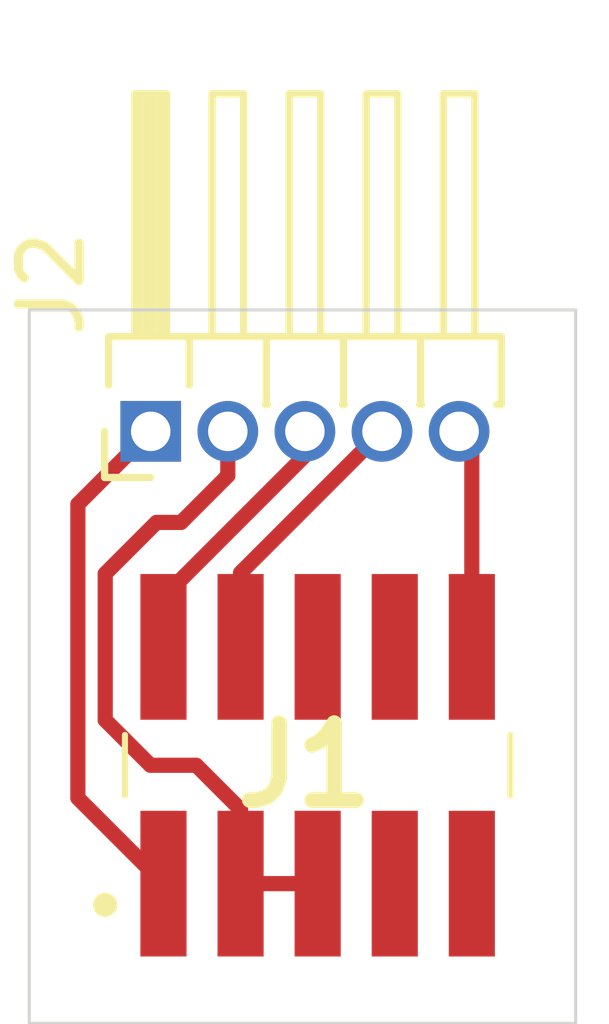
<source format=kicad_pcb>
(kicad_pcb (version 20171130) (host pcbnew "(5.1.6)-1")

  (general
    (thickness 1.6)
    (drawings 4)
    (tracks 21)
    (zones 0)
    (modules 2)
    (nets 10)
  )

  (page A4)
  (layers
    (0 F.Cu signal)
    (31 B.Cu signal)
    (32 B.Adhes user)
    (33 F.Adhes user)
    (34 B.Paste user)
    (35 F.Paste user)
    (36 B.SilkS user)
    (37 F.SilkS user)
    (38 B.Mask user)
    (39 F.Mask user)
    (40 Dwgs.User user)
    (41 Cmts.User user)
    (42 Eco1.User user)
    (43 Eco2.User user)
    (44 Edge.Cuts user)
    (45 Margin user)
    (46 B.CrtYd user)
    (47 F.CrtYd user)
    (48 B.Fab user)
    (49 F.Fab user)
  )

  (setup
    (last_trace_width 0.25)
    (trace_clearance 0.2)
    (zone_clearance 0.508)
    (zone_45_only no)
    (trace_min 0.2)
    (via_size 0.8)
    (via_drill 0.4)
    (via_min_size 0.4)
    (via_min_drill 0.3)
    (uvia_size 0.3)
    (uvia_drill 0.1)
    (uvias_allowed no)
    (uvia_min_size 0.2)
    (uvia_min_drill 0.1)
    (edge_width 0.05)
    (segment_width 0.2)
    (pcb_text_width 0.3)
    (pcb_text_size 1.5 1.5)
    (mod_edge_width 0.12)
    (mod_text_size 1 1)
    (mod_text_width 0.15)
    (pad_size 1.524 1.524)
    (pad_drill 0.762)
    (pad_to_mask_clearance 0.05)
    (aux_axis_origin 0 0)
    (visible_elements FFFFFF7F)
    (pcbplotparams
      (layerselection 0x010fc_ffffffff)
      (usegerberextensions false)
      (usegerberattributes true)
      (usegerberadvancedattributes true)
      (creategerberjobfile true)
      (excludeedgelayer true)
      (linewidth 0.100000)
      (plotframeref false)
      (viasonmask false)
      (mode 1)
      (useauxorigin false)
      (hpglpennumber 1)
      (hpglpenspeed 20)
      (hpglpendiameter 15.000000)
      (psnegative false)
      (psa4output false)
      (plotreference true)
      (plotvalue true)
      (plotinvisibletext false)
      (padsonsilk false)
      (subtractmaskfromsilk false)
      (outputformat 1)
      (mirror false)
      (drillshape 1)
      (scaleselection 1)
      (outputdirectory ""))
  )

  (net 0 "")
  (net 1 /RESET)
  (net 2 "Net-(J1-Pad9)")
  (net 3 "Net-(J1-Pad8)")
  (net 4 "Net-(J1-Pad7)")
  (net 5 "Net-(J1-Pad6)")
  (net 6 GND)
  (net 7 /SWCLK)
  (net 8 /SWDIO)
  (net 9 +3V3)

  (net_class Default "This is the default net class."
    (clearance 0.2)
    (trace_width 0.25)
    (via_dia 0.8)
    (via_drill 0.4)
    (uvia_dia 0.3)
    (uvia_drill 0.1)
    (add_net +3V3)
    (add_net /RESET)
    (add_net /SWCLK)
    (add_net /SWDIO)
    (add_net GND)
    (add_net "Net-(J1-Pad6)")
    (add_net "Net-(J1-Pad7)")
    (add_net "Net-(J1-Pad8)")
    (add_net "Net-(J1-Pad9)")
  )

  (module Connector_PinHeader_1.27mm:PinHeader_1x05_P1.27mm_Horizontal (layer F.Cu) (tedit 59FED6E3) (tstamp 616E7705)
    (at 148 122.25 90)
    (descr "Through hole angled pin header, 1x05, 1.27mm pitch, 4.0mm pin length, single row")
    (tags "Through hole angled pin header THT 1x05 1.27mm single row")
    (path /616E9A24)
    (fp_text reference J2 (at 2.4325 -1.635 90) (layer F.SilkS)
      (effects (font (size 1 1) (thickness 0.15)))
    )
    (fp_text value Conn_01x05 (at 2.4325 6.715 90) (layer F.Fab)
      (effects (font (size 1 1) (thickness 0.15)))
    )
    (fp_text user %R (at 1 2.54) (layer F.Fab)
      (effects (font (size 0.6 0.6) (thickness 0.09)))
    )
    (fp_line (start 0.75 -0.635) (end 1.5 -0.635) (layer F.Fab) (width 0.1))
    (fp_line (start 1.5 -0.635) (end 1.5 5.715) (layer F.Fab) (width 0.1))
    (fp_line (start 1.5 5.715) (end 0.5 5.715) (layer F.Fab) (width 0.1))
    (fp_line (start 0.5 5.715) (end 0.5 -0.385) (layer F.Fab) (width 0.1))
    (fp_line (start 0.5 -0.385) (end 0.75 -0.635) (layer F.Fab) (width 0.1))
    (fp_line (start -0.2 -0.2) (end 0.5 -0.2) (layer F.Fab) (width 0.1))
    (fp_line (start -0.2 -0.2) (end -0.2 0.2) (layer F.Fab) (width 0.1))
    (fp_line (start -0.2 0.2) (end 0.5 0.2) (layer F.Fab) (width 0.1))
    (fp_line (start 1.5 -0.2) (end 5.5 -0.2) (layer F.Fab) (width 0.1))
    (fp_line (start 5.5 -0.2) (end 5.5 0.2) (layer F.Fab) (width 0.1))
    (fp_line (start 1.5 0.2) (end 5.5 0.2) (layer F.Fab) (width 0.1))
    (fp_line (start -0.2 1.07) (end 0.5 1.07) (layer F.Fab) (width 0.1))
    (fp_line (start -0.2 1.07) (end -0.2 1.47) (layer F.Fab) (width 0.1))
    (fp_line (start -0.2 1.47) (end 0.5 1.47) (layer F.Fab) (width 0.1))
    (fp_line (start 1.5 1.07) (end 5.5 1.07) (layer F.Fab) (width 0.1))
    (fp_line (start 5.5 1.07) (end 5.5 1.47) (layer F.Fab) (width 0.1))
    (fp_line (start 1.5 1.47) (end 5.5 1.47) (layer F.Fab) (width 0.1))
    (fp_line (start -0.2 2.34) (end 0.5 2.34) (layer F.Fab) (width 0.1))
    (fp_line (start -0.2 2.34) (end -0.2 2.74) (layer F.Fab) (width 0.1))
    (fp_line (start -0.2 2.74) (end 0.5 2.74) (layer F.Fab) (width 0.1))
    (fp_line (start 1.5 2.34) (end 5.5 2.34) (layer F.Fab) (width 0.1))
    (fp_line (start 5.5 2.34) (end 5.5 2.74) (layer F.Fab) (width 0.1))
    (fp_line (start 1.5 2.74) (end 5.5 2.74) (layer F.Fab) (width 0.1))
    (fp_line (start -0.2 3.61) (end 0.5 3.61) (layer F.Fab) (width 0.1))
    (fp_line (start -0.2 3.61) (end -0.2 4.01) (layer F.Fab) (width 0.1))
    (fp_line (start -0.2 4.01) (end 0.5 4.01) (layer F.Fab) (width 0.1))
    (fp_line (start 1.5 3.61) (end 5.5 3.61) (layer F.Fab) (width 0.1))
    (fp_line (start 5.5 3.61) (end 5.5 4.01) (layer F.Fab) (width 0.1))
    (fp_line (start 1.5 4.01) (end 5.5 4.01) (layer F.Fab) (width 0.1))
    (fp_line (start -0.2 4.88) (end 0.5 4.88) (layer F.Fab) (width 0.1))
    (fp_line (start -0.2 4.88) (end -0.2 5.28) (layer F.Fab) (width 0.1))
    (fp_line (start -0.2 5.28) (end 0.5 5.28) (layer F.Fab) (width 0.1))
    (fp_line (start 1.5 4.88) (end 5.5 4.88) (layer F.Fab) (width 0.1))
    (fp_line (start 5.5 4.88) (end 5.5 5.28) (layer F.Fab) (width 0.1))
    (fp_line (start 1.5 5.28) (end 5.5 5.28) (layer F.Fab) (width 0.1))
    (fp_line (start 0.76 -0.695) (end 1.56 -0.695) (layer F.SilkS) (width 0.12))
    (fp_line (start 1.56 -0.695) (end 1.56 5.775) (layer F.SilkS) (width 0.12))
    (fp_line (start 1.56 5.775) (end 0.44 5.775) (layer F.SilkS) (width 0.12))
    (fp_line (start 0.44 5.775) (end 0.44 5.699677) (layer F.SilkS) (width 0.12))
    (fp_line (start 1.56 -0.26) (end 5.56 -0.26) (layer F.SilkS) (width 0.12))
    (fp_line (start 5.56 -0.26) (end 5.56 0.26) (layer F.SilkS) (width 0.12))
    (fp_line (start 5.56 0.26) (end 1.56 0.26) (layer F.SilkS) (width 0.12))
    (fp_line (start 1.56 -0.2) (end 5.56 -0.2) (layer F.SilkS) (width 0.12))
    (fp_line (start 1.56 -0.08) (end 5.56 -0.08) (layer F.SilkS) (width 0.12))
    (fp_line (start 1.56 0.04) (end 5.56 0.04) (layer F.SilkS) (width 0.12))
    (fp_line (start 1.56 0.16) (end 5.56 0.16) (layer F.SilkS) (width 0.12))
    (fp_line (start 0.76 0.635) (end 1.56 0.635) (layer F.SilkS) (width 0.12))
    (fp_line (start 1.56 1.01) (end 5.56 1.01) (layer F.SilkS) (width 0.12))
    (fp_line (start 5.56 1.01) (end 5.56 1.53) (layer F.SilkS) (width 0.12))
    (fp_line (start 5.56 1.53) (end 1.56 1.53) (layer F.SilkS) (width 0.12))
    (fp_line (start 0.44 1.905) (end 1.56 1.905) (layer F.SilkS) (width 0.12))
    (fp_line (start 0.44 1.889677) (end 0.44 1.920323) (layer F.SilkS) (width 0.12))
    (fp_line (start 1.56 2.28) (end 5.56 2.28) (layer F.SilkS) (width 0.12))
    (fp_line (start 5.56 2.28) (end 5.56 2.8) (layer F.SilkS) (width 0.12))
    (fp_line (start 5.56 2.8) (end 1.56 2.8) (layer F.SilkS) (width 0.12))
    (fp_line (start 0.44 3.175) (end 1.56 3.175) (layer F.SilkS) (width 0.12))
    (fp_line (start 0.44 3.159677) (end 0.44 3.190323) (layer F.SilkS) (width 0.12))
    (fp_line (start 1.56 3.55) (end 5.56 3.55) (layer F.SilkS) (width 0.12))
    (fp_line (start 5.56 3.55) (end 5.56 4.07) (layer F.SilkS) (width 0.12))
    (fp_line (start 5.56 4.07) (end 1.56 4.07) (layer F.SilkS) (width 0.12))
    (fp_line (start 0.44 4.445) (end 1.56 4.445) (layer F.SilkS) (width 0.12))
    (fp_line (start 0.44 4.429677) (end 0.44 4.460323) (layer F.SilkS) (width 0.12))
    (fp_line (start 1.56 4.82) (end 5.56 4.82) (layer F.SilkS) (width 0.12))
    (fp_line (start 5.56 4.82) (end 5.56 5.34) (layer F.SilkS) (width 0.12))
    (fp_line (start 5.56 5.34) (end 1.56 5.34) (layer F.SilkS) (width 0.12))
    (fp_line (start -0.76 0) (end -0.76 -0.76) (layer F.SilkS) (width 0.12))
    (fp_line (start -0.76 -0.76) (end 0 -0.76) (layer F.SilkS) (width 0.12))
    (fp_line (start -1.15 -1.15) (end -1.15 6.25) (layer F.CrtYd) (width 0.05))
    (fp_line (start -1.15 6.25) (end 6 6.25) (layer F.CrtYd) (width 0.05))
    (fp_line (start 6 6.25) (end 6 -1.15) (layer F.CrtYd) (width 0.05))
    (fp_line (start 6 -1.15) (end -1.15 -1.15) (layer F.CrtYd) (width 0.05))
    (pad 5 thru_hole oval (at 0 5.08 90) (size 1 1) (drill 0.65) (layers *.Cu *.Mask)
      (net 1 /RESET))
    (pad 4 thru_hole oval (at 0 3.81 90) (size 1 1) (drill 0.65) (layers *.Cu *.Mask)
      (net 7 /SWCLK))
    (pad 3 thru_hole oval (at 0 2.54 90) (size 1 1) (drill 0.65) (layers *.Cu *.Mask)
      (net 8 /SWDIO))
    (pad 2 thru_hole oval (at 0 1.27 90) (size 1 1) (drill 0.65) (layers *.Cu *.Mask)
      (net 6 GND))
    (pad 1 thru_hole rect (at 0 0 90) (size 1 1) (drill 0.65) (layers *.Cu *.Mask)
      (net 9 +3V3))
    (model ${KISYS3DMOD}/Connector_PinHeader_1.27mm.3dshapes/PinHeader_1x05_P1.27mm_Horizontal.wrl
      (at (xyz 0 0 0))
      (scale (xyz 1 1 1))
      (rotate (xyz 0 0 0))
    )
  )

  (module SamacSys_Parts:2002112100010C4LF (layer F.Cu) (tedit 0) (tstamp 616E714D)
    (at 150.75 127.75)
    (descr 20021121-00010C4LF-2)
    (tags Connector)
    (path /616E1DDC)
    (attr smd)
    (fp_text reference J1 (at -0.212 0) (layer F.SilkS)
      (effects (font (size 1.27 1.27) (thickness 0.254)))
    )
    (fp_text value 20021121-00010C4LF (at -0.212 0) (layer F.SilkS) hide
      (effects (font (size 1.27 1.27) (thickness 0.254)))
    )
    (fp_arc (start -3.5 2.3) (end -3.5 2.4) (angle 180) (layer F.SilkS) (width 0.2))
    (fp_arc (start -3.5 2.3) (end -3.5 2.2) (angle 180) (layer F.SilkS) (width 0.2))
    (fp_text user %R (at -0.212 0) (layer F.Fab)
      (effects (font (size 1.27 1.27) (thickness 0.254)))
    )
    (fp_line (start -3.175 -1.715) (end 3.175 -1.715) (layer F.Fab) (width 0.2))
    (fp_line (start 3.175 -1.715) (end 3.175 1.715) (layer F.Fab) (width 0.2))
    (fp_line (start 3.175 1.715) (end -3.175 1.715) (layer F.Fab) (width 0.2))
    (fp_line (start -3.175 1.715) (end -3.175 -1.715) (layer F.Fab) (width 0.2))
    (fp_line (start -4.1 -3.65) (end 3.675 -3.65) (layer F.CrtYd) (width 0.1))
    (fp_line (start 3.675 -3.65) (end 3.675 3.65) (layer F.CrtYd) (width 0.1))
    (fp_line (start 3.675 3.65) (end -4.1 3.65) (layer F.CrtYd) (width 0.1))
    (fp_line (start -4.1 3.65) (end -4.1 -3.65) (layer F.CrtYd) (width 0.1))
    (fp_line (start 3.175 -0.5) (end 3.175 0.5) (layer F.SilkS) (width 0.1))
    (fp_line (start -3.175 -0.5) (end -3.175 0.5) (layer F.SilkS) (width 0.1))
    (fp_line (start -3.5 2.2) (end -3.5 2.2) (layer F.SilkS) (width 0.2))
    (fp_line (start -3.5 2.4) (end -3.5 2.4) (layer F.SilkS) (width 0.2))
    (pad 10 smd rect (at 2.54 -1.95) (size 0.76 2.4) (layers F.Cu F.Paste F.Mask)
      (net 1 /RESET))
    (pad 9 smd rect (at 2.54 1.95) (size 0.76 2.4) (layers F.Cu F.Paste F.Mask)
      (net 2 "Net-(J1-Pad9)"))
    (pad 8 smd rect (at 1.27 -1.95) (size 0.76 2.4) (layers F.Cu F.Paste F.Mask)
      (net 3 "Net-(J1-Pad8)"))
    (pad 7 smd rect (at 1.27 1.95) (size 0.76 2.4) (layers F.Cu F.Paste F.Mask)
      (net 4 "Net-(J1-Pad7)"))
    (pad 6 smd rect (at 0 -1.95) (size 0.76 2.4) (layers F.Cu F.Paste F.Mask)
      (net 5 "Net-(J1-Pad6)"))
    (pad 5 smd rect (at 0 1.95) (size 0.76 2.4) (layers F.Cu F.Paste F.Mask)
      (net 6 GND))
    (pad 4 smd rect (at -1.27 -1.95) (size 0.76 2.4) (layers F.Cu F.Paste F.Mask)
      (net 7 /SWCLK))
    (pad 3 smd rect (at -1.27 1.95) (size 0.76 2.4) (layers F.Cu F.Paste F.Mask)
      (net 6 GND))
    (pad 2 smd rect (at -2.54 -1.95) (size 0.76 2.4) (layers F.Cu F.Paste F.Mask)
      (net 8 /SWDIO))
    (pad 1 smd rect (at -2.54 1.95) (size 0.76 2.4) (layers F.Cu F.Paste F.Mask)
      (net 9 +3V3))
    (model "G:\\Program Files\\KiCad\\packages\\SamacSys_Parts.3dshapes\\20021121-00010C4LF.stp"
      (at (xyz 0 0 0))
      (scale (xyz 1 1 1))
      (rotate (xyz 0 0 0))
    )
  )

  (gr_line (start 146 132) (end 146 120.25) (layer Edge.Cuts) (width 0.05) (tstamp 616E72E3))
  (gr_line (start 155 132) (end 146 132) (layer Edge.Cuts) (width 0.05))
  (gr_line (start 155 120.25) (end 155 132) (layer Edge.Cuts) (width 0.05))
  (gr_line (start 146 120.25) (end 155 120.25) (layer Edge.Cuts) (width 0.05))

  (segment (start 153.29 122.46) (end 153.29 125.8) (width 0.25) (layer F.Cu) (net 1))
  (segment (start 153.08 122.25) (end 153.29 122.46) (width 0.25) (layer F.Cu) (net 1))
  (segment (start 149.48 129.7) (end 150.75 129.7) (width 0.25) (layer F.Cu) (net 6))
  (segment (start 149.48 128.48) (end 149.48 129.7) (width 0.25) (layer F.Cu) (net 6))
  (segment (start 148.75 127.75) (end 149.48 128.48) (width 0.25) (layer F.Cu) (net 6))
  (segment (start 147.994998 127.75) (end 148.75 127.75) (width 0.25) (layer F.Cu) (net 6))
  (segment (start 147.25 127.005002) (end 147.994998 127.75) (width 0.25) (layer F.Cu) (net 6))
  (segment (start 149.27 122.98) (end 148.5 123.75) (width 0.25) (layer F.Cu) (net 6))
  (segment (start 149.27 122.25) (end 149.27 122.98) (width 0.25) (layer F.Cu) (net 6))
  (segment (start 148.094998 123.75) (end 147.25 124.594998) (width 0.25) (layer F.Cu) (net 6))
  (segment (start 147.25 124.594998) (end 147.25 127.005002) (width 0.25) (layer F.Cu) (net 6))
  (segment (start 148.5 123.75) (end 148.094998 123.75) (width 0.25) (layer F.Cu) (net 6))
  (segment (start 149.48 125.8) (end 149.48 124.58) (width 0.25) (layer F.Cu) (net 7))
  (segment (start 149.48 124.58) (end 151.81 122.25) (width 0.25) (layer F.Cu) (net 7))
  (segment (start 150.54 122.65) (end 150.54 122.25) (width 0.25) (layer F.Cu) (net 8))
  (segment (start 148.21 125.8) (end 148.21 124.98) (width 0.25) (layer F.Cu) (net 8))
  (segment (start 150.54 122.25) (end 150.5 122.25) (width 0.25) (layer F.Cu) (net 8))
  (segment (start 148.21 124.98) (end 150.54 122.65) (width 0.25) (layer F.Cu) (net 8))
  (segment (start 146.799989 128.289989) (end 148.21 129.7) (width 0.25) (layer F.Cu) (net 9))
  (segment (start 148 122.25) (end 146.799989 123.450011) (width 0.25) (layer F.Cu) (net 9))
  (segment (start 146.799989 123.450011) (end 146.799989 128.289989) (width 0.25) (layer F.Cu) (net 9))

)

</source>
